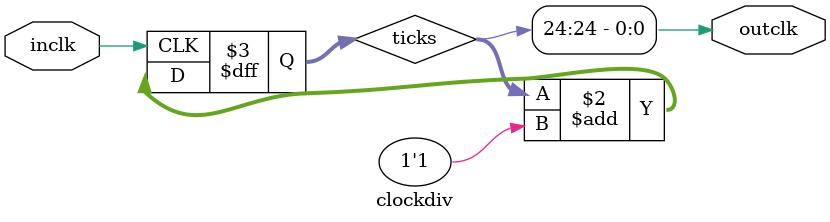
<source format=v>
/*
Author:  Katie Neff
Title: 	 clockdiv
Summary: This divides the clock to slow it down. divided_clocks[0] = 25MHz, 
		 [1] = 12.5Mhz, ... [23] = 3Hz, [24] = 1.5Hz, [25] = 0.75Hz, ... 
*/

module clockdiv(outclk, inclk);
    output outclk;
	 input inclk;
	 reg [25:0] ticks;
	 always @(posedge inclk)
	     ticks = ticks + 1'b1;
    assign outclk = ticks[24];
endmodule

</source>
